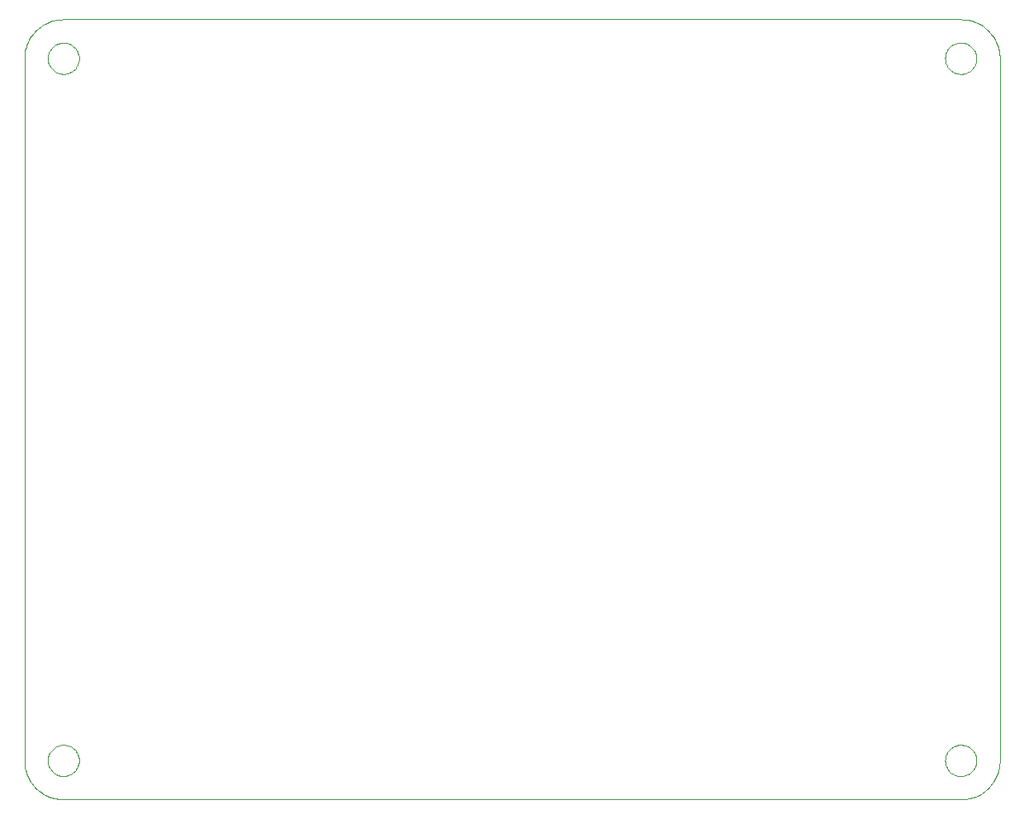
<source format=gbo>
G75*
G70*
%OFA0B0*%
%FSLAX24Y24*%
%IPPOS*%
%LPD*%
%AMOC8*
5,1,8,0,0,1.08239X$1,22.5*
%
%ADD10C,0.0000*%
D10*
X006206Y003416D02*
X042426Y003416D01*
X041796Y004990D02*
X041798Y005040D01*
X041804Y005090D01*
X041814Y005139D01*
X041828Y005187D01*
X041845Y005234D01*
X041866Y005279D01*
X041891Y005323D01*
X041919Y005364D01*
X041951Y005403D01*
X041985Y005440D01*
X042022Y005474D01*
X042062Y005504D01*
X042104Y005531D01*
X042148Y005555D01*
X042194Y005576D01*
X042241Y005592D01*
X042289Y005605D01*
X042339Y005614D01*
X042388Y005619D01*
X042439Y005620D01*
X042489Y005617D01*
X042538Y005610D01*
X042587Y005599D01*
X042635Y005584D01*
X042681Y005566D01*
X042726Y005544D01*
X042769Y005518D01*
X042810Y005489D01*
X042849Y005457D01*
X042885Y005422D01*
X042917Y005384D01*
X042947Y005344D01*
X042974Y005301D01*
X042997Y005257D01*
X043016Y005211D01*
X043032Y005163D01*
X043044Y005114D01*
X043052Y005065D01*
X043056Y005015D01*
X043056Y004965D01*
X043052Y004915D01*
X043044Y004866D01*
X043032Y004817D01*
X043016Y004769D01*
X042997Y004723D01*
X042974Y004679D01*
X042947Y004636D01*
X042917Y004596D01*
X042885Y004558D01*
X042849Y004523D01*
X042810Y004491D01*
X042769Y004462D01*
X042726Y004436D01*
X042681Y004414D01*
X042635Y004396D01*
X042587Y004381D01*
X042538Y004370D01*
X042489Y004363D01*
X042439Y004360D01*
X042388Y004361D01*
X042339Y004366D01*
X042289Y004375D01*
X042241Y004388D01*
X042194Y004404D01*
X042148Y004425D01*
X042104Y004449D01*
X042062Y004476D01*
X042022Y004506D01*
X041985Y004540D01*
X041951Y004577D01*
X041919Y004616D01*
X041891Y004657D01*
X041866Y004701D01*
X041845Y004746D01*
X041828Y004793D01*
X041814Y004841D01*
X041804Y004890D01*
X041798Y004940D01*
X041796Y004990D01*
X042426Y003415D02*
X042503Y003417D01*
X042580Y003423D01*
X042657Y003432D01*
X042733Y003445D01*
X042809Y003462D01*
X042883Y003483D01*
X042957Y003507D01*
X043029Y003535D01*
X043099Y003566D01*
X043168Y003601D01*
X043236Y003639D01*
X043301Y003680D01*
X043364Y003725D01*
X043425Y003773D01*
X043484Y003823D01*
X043540Y003876D01*
X043593Y003932D01*
X043643Y003991D01*
X043691Y004052D01*
X043736Y004115D01*
X043777Y004180D01*
X043815Y004248D01*
X043850Y004317D01*
X043881Y004387D01*
X043909Y004459D01*
X043933Y004533D01*
X043954Y004607D01*
X043971Y004683D01*
X043984Y004759D01*
X043993Y004836D01*
X043999Y004913D01*
X044001Y004990D01*
X044001Y033337D01*
X041796Y033337D02*
X041798Y033387D01*
X041804Y033437D01*
X041814Y033486D01*
X041828Y033534D01*
X041845Y033581D01*
X041866Y033626D01*
X041891Y033670D01*
X041919Y033711D01*
X041951Y033750D01*
X041985Y033787D01*
X042022Y033821D01*
X042062Y033851D01*
X042104Y033878D01*
X042148Y033902D01*
X042194Y033923D01*
X042241Y033939D01*
X042289Y033952D01*
X042339Y033961D01*
X042388Y033966D01*
X042439Y033967D01*
X042489Y033964D01*
X042538Y033957D01*
X042587Y033946D01*
X042635Y033931D01*
X042681Y033913D01*
X042726Y033891D01*
X042769Y033865D01*
X042810Y033836D01*
X042849Y033804D01*
X042885Y033769D01*
X042917Y033731D01*
X042947Y033691D01*
X042974Y033648D01*
X042997Y033604D01*
X043016Y033558D01*
X043032Y033510D01*
X043044Y033461D01*
X043052Y033412D01*
X043056Y033362D01*
X043056Y033312D01*
X043052Y033262D01*
X043044Y033213D01*
X043032Y033164D01*
X043016Y033116D01*
X042997Y033070D01*
X042974Y033026D01*
X042947Y032983D01*
X042917Y032943D01*
X042885Y032905D01*
X042849Y032870D01*
X042810Y032838D01*
X042769Y032809D01*
X042726Y032783D01*
X042681Y032761D01*
X042635Y032743D01*
X042587Y032728D01*
X042538Y032717D01*
X042489Y032710D01*
X042439Y032707D01*
X042388Y032708D01*
X042339Y032713D01*
X042289Y032722D01*
X042241Y032735D01*
X042194Y032751D01*
X042148Y032772D01*
X042104Y032796D01*
X042062Y032823D01*
X042022Y032853D01*
X041985Y032887D01*
X041951Y032924D01*
X041919Y032963D01*
X041891Y033004D01*
X041866Y033048D01*
X041845Y033093D01*
X041828Y033140D01*
X041814Y033188D01*
X041804Y033237D01*
X041798Y033287D01*
X041796Y033337D01*
X042426Y034912D02*
X042503Y034910D01*
X042580Y034904D01*
X042657Y034895D01*
X042733Y034882D01*
X042809Y034865D01*
X042883Y034844D01*
X042957Y034820D01*
X043029Y034792D01*
X043099Y034761D01*
X043168Y034726D01*
X043236Y034688D01*
X043301Y034647D01*
X043364Y034602D01*
X043425Y034554D01*
X043484Y034504D01*
X043540Y034451D01*
X043593Y034395D01*
X043643Y034336D01*
X043691Y034275D01*
X043736Y034212D01*
X043777Y034147D01*
X043815Y034079D01*
X043850Y034010D01*
X043881Y033940D01*
X043909Y033868D01*
X043933Y033794D01*
X043954Y033720D01*
X043971Y033644D01*
X043984Y033568D01*
X043993Y033491D01*
X043999Y033414D01*
X044001Y033337D01*
X042426Y034912D02*
X006206Y034912D01*
X005576Y033337D02*
X005578Y033387D01*
X005584Y033437D01*
X005594Y033486D01*
X005608Y033534D01*
X005625Y033581D01*
X005646Y033626D01*
X005671Y033670D01*
X005699Y033711D01*
X005731Y033750D01*
X005765Y033787D01*
X005802Y033821D01*
X005842Y033851D01*
X005884Y033878D01*
X005928Y033902D01*
X005974Y033923D01*
X006021Y033939D01*
X006069Y033952D01*
X006119Y033961D01*
X006168Y033966D01*
X006219Y033967D01*
X006269Y033964D01*
X006318Y033957D01*
X006367Y033946D01*
X006415Y033931D01*
X006461Y033913D01*
X006506Y033891D01*
X006549Y033865D01*
X006590Y033836D01*
X006629Y033804D01*
X006665Y033769D01*
X006697Y033731D01*
X006727Y033691D01*
X006754Y033648D01*
X006777Y033604D01*
X006796Y033558D01*
X006812Y033510D01*
X006824Y033461D01*
X006832Y033412D01*
X006836Y033362D01*
X006836Y033312D01*
X006832Y033262D01*
X006824Y033213D01*
X006812Y033164D01*
X006796Y033116D01*
X006777Y033070D01*
X006754Y033026D01*
X006727Y032983D01*
X006697Y032943D01*
X006665Y032905D01*
X006629Y032870D01*
X006590Y032838D01*
X006549Y032809D01*
X006506Y032783D01*
X006461Y032761D01*
X006415Y032743D01*
X006367Y032728D01*
X006318Y032717D01*
X006269Y032710D01*
X006219Y032707D01*
X006168Y032708D01*
X006119Y032713D01*
X006069Y032722D01*
X006021Y032735D01*
X005974Y032751D01*
X005928Y032772D01*
X005884Y032796D01*
X005842Y032823D01*
X005802Y032853D01*
X005765Y032887D01*
X005731Y032924D01*
X005699Y032963D01*
X005671Y033004D01*
X005646Y033048D01*
X005625Y033093D01*
X005608Y033140D01*
X005594Y033188D01*
X005584Y033237D01*
X005578Y033287D01*
X005576Y033337D01*
X004631Y033337D02*
X004633Y033414D01*
X004639Y033491D01*
X004648Y033568D01*
X004661Y033644D01*
X004678Y033720D01*
X004699Y033794D01*
X004723Y033868D01*
X004751Y033940D01*
X004782Y034010D01*
X004817Y034079D01*
X004855Y034147D01*
X004896Y034212D01*
X004941Y034275D01*
X004989Y034336D01*
X005039Y034395D01*
X005092Y034451D01*
X005148Y034504D01*
X005207Y034554D01*
X005268Y034602D01*
X005331Y034647D01*
X005396Y034688D01*
X005464Y034726D01*
X005533Y034761D01*
X005603Y034792D01*
X005675Y034820D01*
X005749Y034844D01*
X005823Y034865D01*
X005899Y034882D01*
X005975Y034895D01*
X006052Y034904D01*
X006129Y034910D01*
X006206Y034912D01*
X004631Y033337D02*
X004631Y004990D01*
X005576Y004990D02*
X005578Y005040D01*
X005584Y005090D01*
X005594Y005139D01*
X005608Y005187D01*
X005625Y005234D01*
X005646Y005279D01*
X005671Y005323D01*
X005699Y005364D01*
X005731Y005403D01*
X005765Y005440D01*
X005802Y005474D01*
X005842Y005504D01*
X005884Y005531D01*
X005928Y005555D01*
X005974Y005576D01*
X006021Y005592D01*
X006069Y005605D01*
X006119Y005614D01*
X006168Y005619D01*
X006219Y005620D01*
X006269Y005617D01*
X006318Y005610D01*
X006367Y005599D01*
X006415Y005584D01*
X006461Y005566D01*
X006506Y005544D01*
X006549Y005518D01*
X006590Y005489D01*
X006629Y005457D01*
X006665Y005422D01*
X006697Y005384D01*
X006727Y005344D01*
X006754Y005301D01*
X006777Y005257D01*
X006796Y005211D01*
X006812Y005163D01*
X006824Y005114D01*
X006832Y005065D01*
X006836Y005015D01*
X006836Y004965D01*
X006832Y004915D01*
X006824Y004866D01*
X006812Y004817D01*
X006796Y004769D01*
X006777Y004723D01*
X006754Y004679D01*
X006727Y004636D01*
X006697Y004596D01*
X006665Y004558D01*
X006629Y004523D01*
X006590Y004491D01*
X006549Y004462D01*
X006506Y004436D01*
X006461Y004414D01*
X006415Y004396D01*
X006367Y004381D01*
X006318Y004370D01*
X006269Y004363D01*
X006219Y004360D01*
X006168Y004361D01*
X006119Y004366D01*
X006069Y004375D01*
X006021Y004388D01*
X005974Y004404D01*
X005928Y004425D01*
X005884Y004449D01*
X005842Y004476D01*
X005802Y004506D01*
X005765Y004540D01*
X005731Y004577D01*
X005699Y004616D01*
X005671Y004657D01*
X005646Y004701D01*
X005625Y004746D01*
X005608Y004793D01*
X005594Y004841D01*
X005584Y004890D01*
X005578Y004940D01*
X005576Y004990D01*
X004631Y004990D02*
X004633Y004913D01*
X004639Y004836D01*
X004648Y004759D01*
X004661Y004683D01*
X004678Y004607D01*
X004699Y004533D01*
X004723Y004459D01*
X004751Y004387D01*
X004782Y004317D01*
X004817Y004248D01*
X004855Y004180D01*
X004896Y004115D01*
X004941Y004052D01*
X004989Y003991D01*
X005039Y003932D01*
X005092Y003876D01*
X005148Y003823D01*
X005207Y003773D01*
X005268Y003725D01*
X005331Y003680D01*
X005396Y003639D01*
X005464Y003601D01*
X005533Y003566D01*
X005603Y003535D01*
X005675Y003507D01*
X005749Y003483D01*
X005823Y003462D01*
X005899Y003445D01*
X005975Y003432D01*
X006052Y003423D01*
X006129Y003417D01*
X006206Y003415D01*
M02*

</source>
